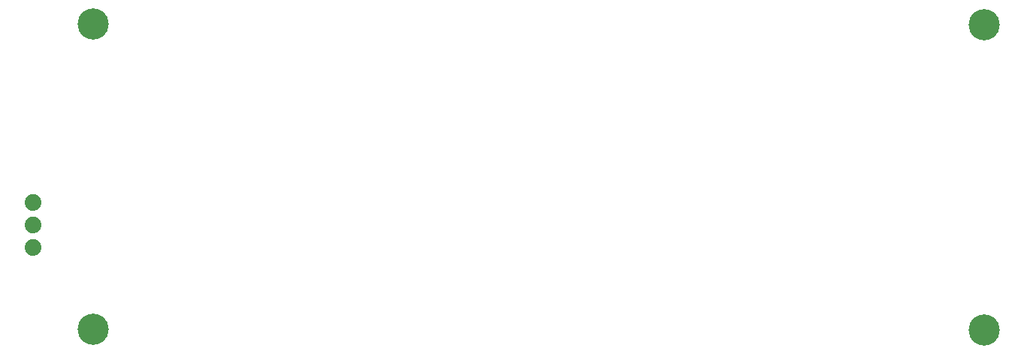
<source format=gtp>
G04 MADE WITH FRITZING*
G04 WWW.FRITZING.ORG*
G04 DOUBLE SIDED*
G04 HOLES PLATED*
G04 CONTOUR ON CENTER OF CONTOUR VECTOR*
%ASAXBY*%
%FSLAX23Y23*%
%MOIN*%
%OFA0B0*%
%SFA1.0B1.0*%
%ADD10C,0.074000*%
%ADD11C,0.138425*%
%ADD12R,0.001000X0.001000*%
%LNPASTEMASK1*%
G90*
G70*
G54D10*
X133Y3273D03*
X133Y3173D03*
X133Y3073D03*
X133Y3273D03*
X133Y3173D03*
X133Y3073D03*
G54D11*
X4354Y2707D03*
X401Y2710D03*
X4354Y4065D03*
X401Y4068D03*
G54D12*
D02*
G04 End of PasteMask1*
M02*
</source>
